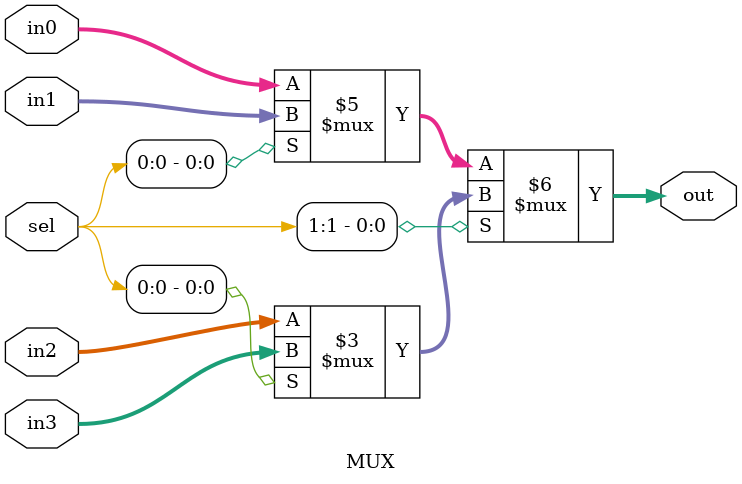
<source format=v>
`timescale 1ns / 1ps


module MUX(
	input [31:0]in0,
	input [31:0]in1,
	input [31:0]in2,
	input [31:0]in3,
	input [1:0]sel,
	output [31:0]out
    );
	
	/*
		2'b00 -> in0;
		2'b01 -> in1;
		2'b10 -> in2;
		2'b11 -> in3;
	*/
	assign out = (sel[1]==1'b1)?((sel[0]==1'b1)?in3:in2):((sel[0]==1'b1)?in1:in0);

endmodule

</source>
